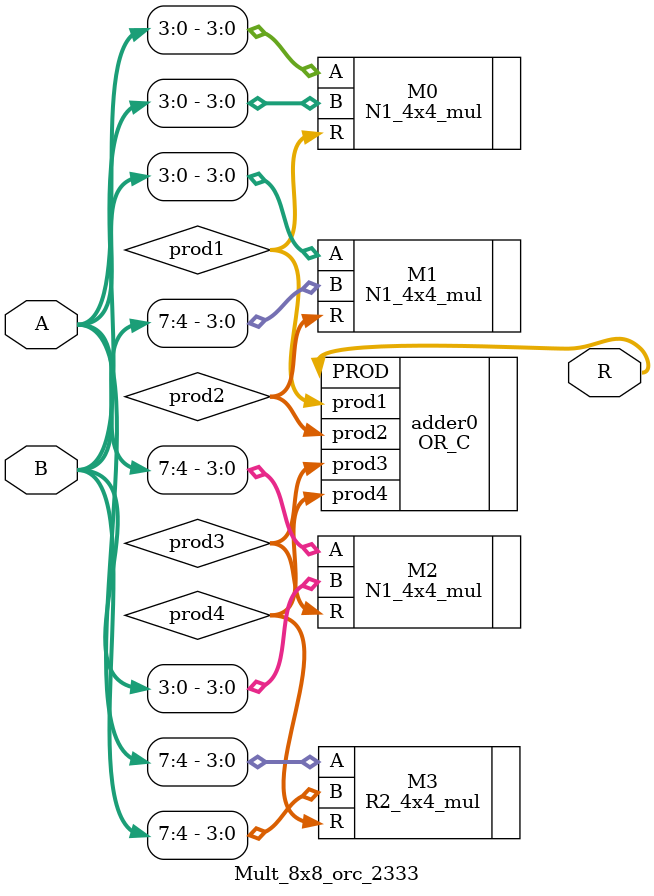
<source format=v>
module Mult_8x8_orc_2333(
input [7:0] A,
input [7:0] B,
output [15:0]R
);
wire [7:0]prod1;
wire [7:0]prod2;
wire [7:0]prod3;
wire [7:0]prod4;

N1_4x4_mul M0(.A(A[3:0]),.B(B[3:0]),.R(prod1));
N1_4x4_mul M1(.A(A[3:0]),.B(B[7:4]),.R(prod2));
N1_4x4_mul M2(.A(A[7:4]),.B(B[3:0]),.R(prod3));
R2_4x4_mul M3(.A(A[7:4]),.B(B[7:4]),.R(prod4));
OR_C adder0(.prod1(prod1),.prod2(prod2),.prod3(prod3),.prod4(prod4),.PROD(R));
endmodule

</source>
